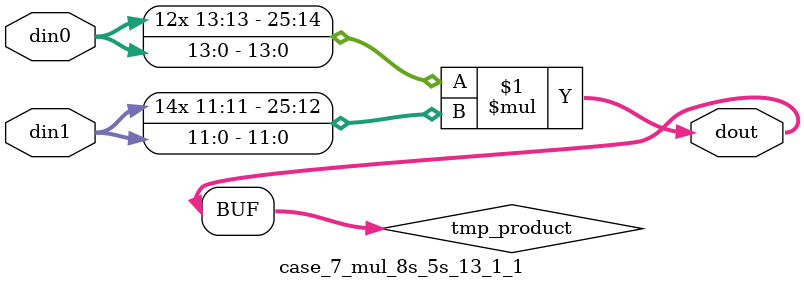
<source format=v>

`timescale 1 ns / 1 ps

 module case_7_mul_8s_5s_13_1_1(din0, din1, dout);
parameter ID = 1;
parameter NUM_STAGE = 0;
parameter din0_WIDTH = 14;
parameter din1_WIDTH = 12;
parameter dout_WIDTH = 26;

input [din0_WIDTH - 1 : 0] din0; 
input [din1_WIDTH - 1 : 0] din1; 
output [dout_WIDTH - 1 : 0] dout;

wire signed [dout_WIDTH - 1 : 0] tmp_product;



























assign tmp_product = $signed(din0) * $signed(din1);








assign dout = tmp_product;





















endmodule

</source>
